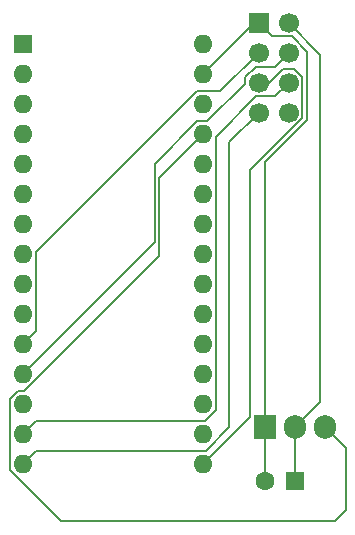
<source format=gbr>
%TF.GenerationSoftware,KiCad,Pcbnew,8.0.2*%
%TF.CreationDate,2024-05-05T23:20:41+02:00*%
%TF.ProjectId,arduino_nrf24_oled,61726475-696e-46f5-9f6e-726632345f6f,rev?*%
%TF.SameCoordinates,Original*%
%TF.FileFunction,Copper,L1,Top*%
%TF.FilePolarity,Positive*%
%FSLAX46Y46*%
G04 Gerber Fmt 4.6, Leading zero omitted, Abs format (unit mm)*
G04 Created by KiCad (PCBNEW 8.0.2) date 2024-05-05 23:20:41*
%MOMM*%
%LPD*%
G01*
G04 APERTURE LIST*
%TA.AperFunction,ComponentPad*%
%ADD10R,1.600000X1.600000*%
%TD*%
%TA.AperFunction,ComponentPad*%
%ADD11C,1.600000*%
%TD*%
%TA.AperFunction,ComponentPad*%
%ADD12O,1.600000X1.600000*%
%TD*%
%TA.AperFunction,ComponentPad*%
%ADD13R,1.905000X2.000000*%
%TD*%
%TA.AperFunction,ComponentPad*%
%ADD14O,1.905000X2.000000*%
%TD*%
%TA.AperFunction,ComponentPad*%
%ADD15R,1.700000X1.700000*%
%TD*%
%TA.AperFunction,ComponentPad*%
%ADD16C,1.700000*%
%TD*%
%TA.AperFunction,Conductor*%
%ADD17C,0.200000*%
%TD*%
G04 APERTURE END LIST*
D10*
%TO.P,C1,1*%
%TO.N,Net-(U1-VCC)*%
X121234200Y-79506200D03*
D11*
%TO.P,C1,2*%
%TO.N,Net-(U1-GND)*%
X118734200Y-79506200D03*
%TD*%
D10*
%TO.P,A1,1,D1/TX*%
%TO.N,unconnected-(A1-D1{slash}TX-Pad1)*%
X98184200Y-42556200D03*
D12*
%TO.P,A1,2,D0/RX*%
%TO.N,unconnected-(A1-D0{slash}RX-Pad2)*%
X98184200Y-45096200D03*
%TO.P,A1,3,~{RESET}*%
%TO.N,unconnected-(A1-~{RESET}-Pad3)*%
X98184200Y-47636200D03*
%TO.P,A1,4,GND*%
%TO.N,unconnected-(A1-GND-Pad4)*%
X98184200Y-50176200D03*
%TO.P,A1,5,D2*%
%TO.N,unconnected-(A1-D2-Pad5)*%
X98184200Y-52716200D03*
%TO.P,A1,6,D3*%
%TO.N,unconnected-(A1-D3-Pad6)*%
X98184200Y-55256200D03*
%TO.P,A1,7,D4*%
%TO.N,unconnected-(A1-D4-Pad7)*%
X98184200Y-57796200D03*
%TO.P,A1,8,D5*%
%TO.N,unconnected-(A1-D5-Pad8)*%
X98184200Y-60336200D03*
%TO.P,A1,9,D6*%
%TO.N,unconnected-(A1-D6-Pad9)*%
X98184200Y-62876200D03*
%TO.P,A1,10,D7*%
%TO.N,unconnected-(A1-D7-Pad10)*%
X98184200Y-65416200D03*
%TO.P,A1,11,D8*%
%TO.N,Net-(A1-D8)*%
X98184200Y-67956200D03*
%TO.P,A1,12,D9*%
%TO.N,Net-(A1-D9)*%
X98184200Y-70496200D03*
%TO.P,A1,13,D10*%
%TO.N,unconnected-(A1-D10-Pad13)*%
X98184200Y-73036200D03*
%TO.P,A1,14,D11*%
%TO.N,Net-(A1-D11)*%
X98184200Y-75576200D03*
%TO.P,A1,15,D12*%
%TO.N,Net-(A1-D12)*%
X98184200Y-78116200D03*
%TO.P,A1,16,D13*%
%TO.N,Net-(A1-D13)*%
X113424200Y-78116200D03*
%TO.P,A1,17,3V3*%
%TO.N,unconnected-(A1-3V3-Pad17)*%
X113424200Y-75576200D03*
%TO.P,A1,18,AREF*%
%TO.N,unconnected-(A1-AREF-Pad18)*%
X113424200Y-73036200D03*
%TO.P,A1,19,A0*%
%TO.N,unconnected-(A1-A0-Pad19)*%
X113424200Y-70496200D03*
%TO.P,A1,20,A1*%
%TO.N,unconnected-(A1-A1-Pad20)*%
X113424200Y-67956200D03*
%TO.P,A1,21,A2*%
%TO.N,unconnected-(A1-A2-Pad21)*%
X113424200Y-65416200D03*
%TO.P,A1,22,A3*%
%TO.N,unconnected-(A1-A3-Pad22)*%
X113424200Y-62876200D03*
%TO.P,A1,23,A4*%
%TO.N,unconnected-(A1-A4-Pad23)*%
X113424200Y-60336200D03*
%TO.P,A1,24,A5*%
%TO.N,unconnected-(A1-A5-Pad24)*%
X113424200Y-57796200D03*
%TO.P,A1,25,A6*%
%TO.N,unconnected-(A1-A6-Pad25)*%
X113424200Y-55256200D03*
%TO.P,A1,26,A7*%
%TO.N,unconnected-(A1-A7-Pad26)*%
X113424200Y-52716200D03*
%TO.P,A1,27,+5V*%
%TO.N,Net-(A1-+5V)*%
X113424200Y-50176200D03*
%TO.P,A1,28,~{RESET}*%
%TO.N,unconnected-(A1-~{RESET}-Pad28)*%
X113424200Y-47636200D03*
%TO.P,A1,29,GND*%
%TO.N,Net-(U1-GND)*%
X113424200Y-45096200D03*
%TO.P,A1,30,VIN*%
%TO.N,unconnected-(A1-VIN-Pad30)*%
X113424200Y-42556200D03*
%TD*%
D13*
%TO.P,U2,1,GND*%
%TO.N,Net-(U1-GND)*%
X118694200Y-75006200D03*
D14*
%TO.P,U2,2,VO*%
%TO.N,Net-(U1-VCC)*%
X121234200Y-75006200D03*
%TO.P,U2,3,VI*%
%TO.N,Net-(A1-+5V)*%
X123774200Y-75006200D03*
%TD*%
D15*
%TO.P,NRF24l01,1,GND*%
%TO.N,Net-(U1-GND)*%
X118155200Y-40746200D03*
D16*
%TO.P,NRF24l01,2,VCC*%
%TO.N,Net-(U1-VCC)*%
X120695200Y-40746200D03*
%TO.P,NRF24l01,3,CE*%
%TO.N,Net-(A1-D8)*%
X118155200Y-43286200D03*
%TO.P,NRF24l01,4,~{CSN}*%
%TO.N,Net-(A1-D9)*%
X120695200Y-43286200D03*
%TO.P,NRF24l01,5,SCK*%
%TO.N,Net-(A1-D13)*%
X118155200Y-45826200D03*
%TO.P,NRF24l01,6,MOSI*%
%TO.N,Net-(A1-D11)*%
X120695200Y-45826200D03*
%TO.P,NRF24l01,7,MISO*%
%TO.N,Net-(A1-D12)*%
X118155200Y-48366200D03*
%TO.P,NRF24l01,8,IRQ*%
%TO.N,unconnected-(U1-IRQ-Pad8)*%
X120695200Y-48366200D03*
%TD*%
D17*
%TO.N,Net-(U1-VCC)*%
X121234200Y-79506200D02*
X121234200Y-75006200D01*
%TO.N,Net-(U1-GND)*%
X118734200Y-75046200D02*
X118694200Y-75006200D01*
X118734200Y-79506200D02*
X118734200Y-75046200D01*
X119305200Y-41896200D02*
X118155200Y-40746200D01*
X117774200Y-40746200D02*
X113424200Y-45096200D01*
X120954800Y-41896200D02*
X119305200Y-41896200D01*
X118694200Y-75006200D02*
X118694200Y-52559232D01*
X118155200Y-40746200D02*
X117774200Y-40746200D01*
X122245200Y-49008232D02*
X122245200Y-43186600D01*
X122245200Y-43186600D02*
X120954800Y-41896200D01*
X118694200Y-52559232D02*
X122245200Y-49008232D01*
%TO.N,Net-(A1-+5V)*%
X97757365Y-71907400D02*
X97078800Y-72585965D01*
X109747000Y-53853400D02*
X109747000Y-60489035D01*
X109747000Y-60489035D02*
X98328635Y-71907400D01*
X125552200Y-81965800D02*
X125552200Y-76784200D01*
X98328635Y-71907400D02*
X97757365Y-71907400D01*
X124587000Y-82931000D02*
X125552200Y-81965800D01*
X101443365Y-82931000D02*
X124587000Y-82931000D01*
X97078800Y-78566435D02*
X101443365Y-82931000D01*
X125552200Y-76784200D02*
X123774200Y-75006200D01*
X97078800Y-72585965D02*
X97078800Y-78566435D01*
X113424200Y-50176200D02*
X109747000Y-53853400D01*
%TO.N,Net-(A1-D12)*%
X99284200Y-77016200D02*
X98184200Y-78116200D01*
X115671600Y-50849800D02*
X115671600Y-75006200D01*
X115671600Y-75006200D02*
X113661600Y-77016200D01*
X118155200Y-48366200D02*
X115671600Y-50849800D01*
X113661600Y-77016200D02*
X99284200Y-77016200D01*
%TO.N,Net-(A1-D13)*%
X121845200Y-45349854D02*
X121171546Y-44676200D01*
X117441700Y-53246046D02*
X121845200Y-48842546D01*
X117441700Y-74098700D02*
X117441700Y-53246046D01*
X121171546Y-44676200D02*
X120218854Y-44676200D01*
X113424200Y-78116200D02*
X117441700Y-74098700D01*
X120218854Y-44676200D02*
X119068854Y-45826200D01*
X119068854Y-45826200D02*
X118155200Y-45826200D01*
X121845200Y-48842546D02*
X121845200Y-45349854D01*
%TO.N,Net-(A1-D9)*%
X109347000Y-52697765D02*
X112968565Y-49076200D01*
X117905054Y-44450000D02*
X119531400Y-44450000D01*
X113814000Y-49076200D02*
X117005200Y-45885000D01*
X109347000Y-59333400D02*
X109347000Y-52697765D01*
X98184200Y-70496200D02*
X109347000Y-59333400D01*
X117005200Y-45885000D02*
X117005200Y-45349854D01*
X119531400Y-44450000D02*
X120695200Y-43286200D01*
X117005200Y-45349854D02*
X117905054Y-44450000D01*
X112968565Y-49076200D02*
X113814000Y-49076200D01*
%TO.N,Net-(U1-VCC)*%
X121234200Y-75006200D02*
X123393200Y-72847200D01*
X123393200Y-72847200D02*
X123393200Y-43444200D01*
X123393200Y-43444200D02*
X120695200Y-40746200D01*
%TO.N,Net-(A1-D8)*%
X99339400Y-66801000D02*
X98184200Y-67956200D01*
X112968565Y-46536200D02*
X99339400Y-60165365D01*
X114905200Y-46536200D02*
X112968565Y-46536200D01*
X99339400Y-60165365D02*
X99339400Y-66801000D01*
X118155200Y-43286200D02*
X114905200Y-46536200D01*
%TO.N,Net-(A1-D11)*%
X119545200Y-46976200D02*
X117918854Y-46976200D01*
X114524200Y-50370854D02*
X114524200Y-73562800D01*
X117918854Y-46976200D02*
X114524200Y-50370854D01*
X99284200Y-74476200D02*
X98184200Y-75576200D01*
X113610800Y-74476200D02*
X99284200Y-74476200D01*
X120695200Y-45826200D02*
X119545200Y-46976200D01*
X114524200Y-73562800D02*
X113610800Y-74476200D01*
%TD*%
M02*

</source>
